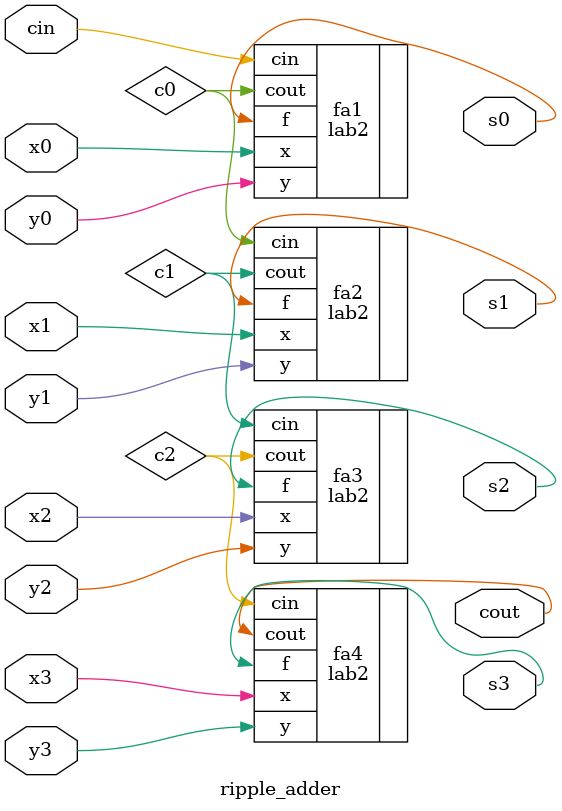
<source format=v>
module ripple_adder(x0,x1,x2,x3,y0,y1,y2,y3,cin,s0,s1,s2,s3,cout);

input wire x0,x1,x2,x3,y0,y1,y2,y3,cin;
output wire s0,s1,s2,s3,cout;

//constants that user does not pass in
wire c0,c1,c2;


//calling 1 bit adder and returning values
lab2	fa1(.x(x0),.y(y0),.cin(cin),.f(s0),.cout(c0));
lab2	fa2(.x(x1),.y(y1),.cin(c0),.f(s1),.cout(c1));
lab2	fa3(.x(x2),.y(y2),.cin(c1),.f(s2),.cout(c2));
lab2	fa4(.x(x3),.y(y3),.cin(c2),.f(s3),.cout(cout));

endmodule






</source>
